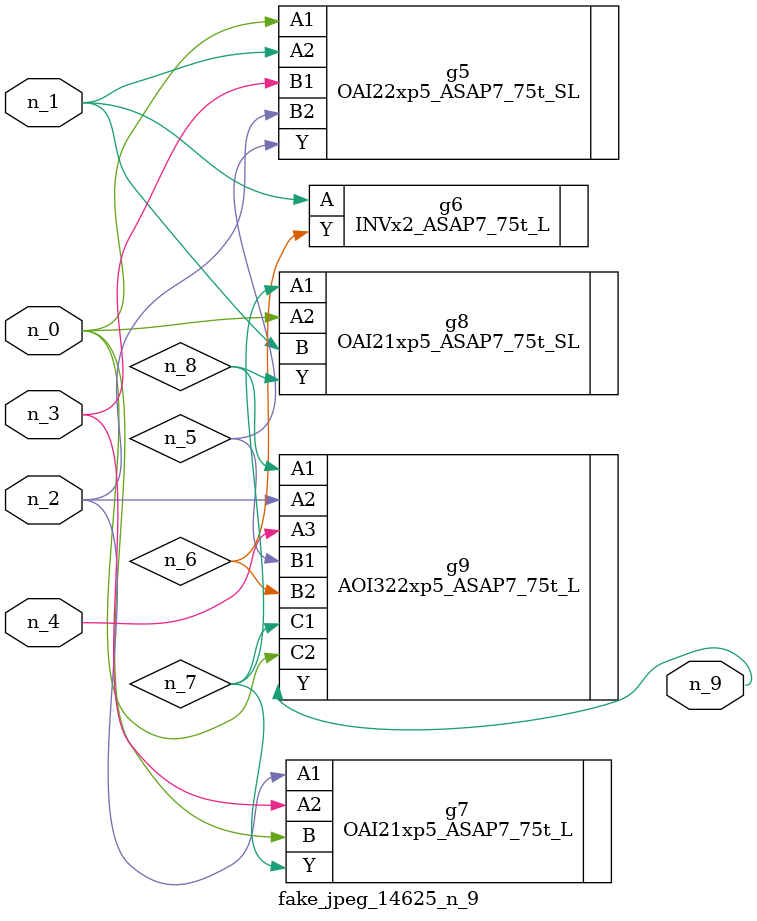
<source format=v>
module fake_jpeg_14625_n_9 (n_3, n_2, n_1, n_0, n_4, n_9);

input n_3;
input n_2;
input n_1;
input n_0;
input n_4;

output n_9;

wire n_8;
wire n_6;
wire n_5;
wire n_7;

OAI22xp5_ASAP7_75t_SL g5 ( 
.A1(n_0),
.A2(n_1),
.B1(n_3),
.B2(n_2),
.Y(n_5)
);

INVx2_ASAP7_75t_L g6 ( 
.A(n_1),
.Y(n_6)
);

OAI21xp5_ASAP7_75t_L g7 ( 
.A1(n_2),
.A2(n_3),
.B(n_0),
.Y(n_7)
);

OAI21xp5_ASAP7_75t_SL g8 ( 
.A1(n_7),
.A2(n_0),
.B(n_1),
.Y(n_8)
);

AOI322xp5_ASAP7_75t_L g9 ( 
.A1(n_8),
.A2(n_2),
.A3(n_4),
.B1(n_5),
.B2(n_6),
.C1(n_7),
.C2(n_0),
.Y(n_9)
);


endmodule
</source>
